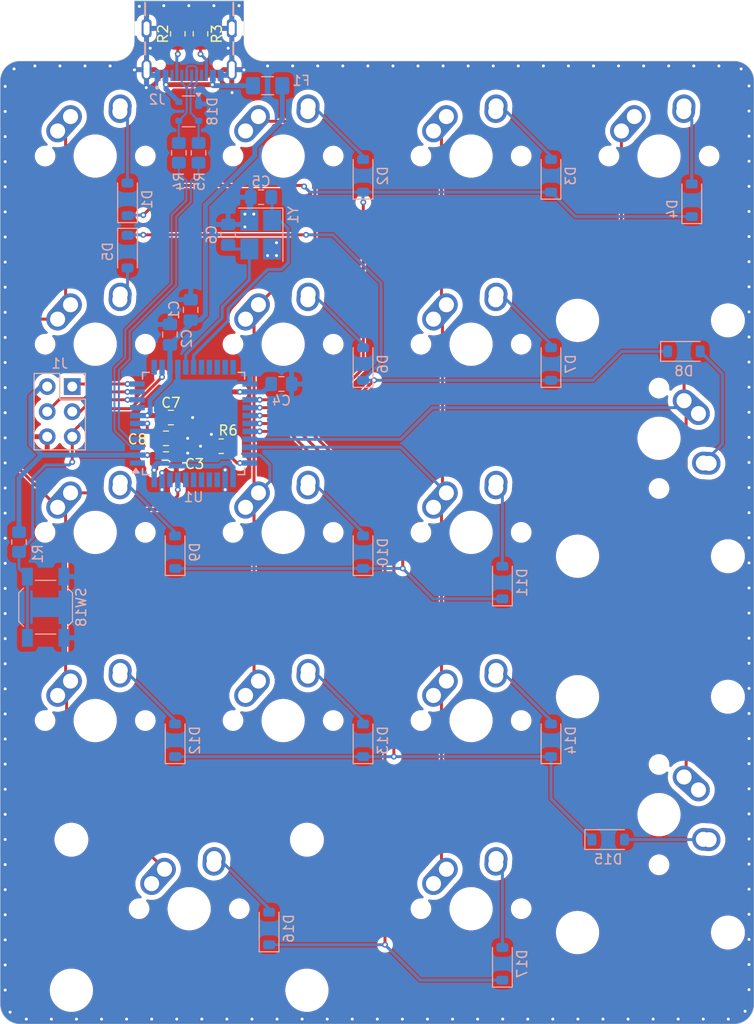
<source format=kicad_pcb>
(kicad_pcb (version 20240108) (generator "pcbnew") (generator_version "8.0")
  (layers (0 "F.Cu" signal) (31 "B.Cu" signal) (34 "B.Paste" user) (35 "F.Paste" user) (36 "B.SilkS" user "B.Silkscreen") (37 "F.SilkS" user "F.Silkscreen") (38 "B.Mask" user) (39 "F.Mask" user) (44 "Edge.Cuts" user))
  (net 0 "")
  (net 15 "COL4")
  (net 16 "COL3")
  (net 17 "COL2")
  (net 18 "COL1")
  (net 19 "Net-(U1-~{HWB}{slash}PE2)")
  (net 20 "/D+")
  (net 21 "/D-")
  (net 22 "Net-(J2-CC2)")
  (net 25 "Net-(J2-CC1)")
  (net 26 "/MOSI")
  (net 27 "/MISO")
  (net 28 "Net-(J1-~{RST})")
  (net 29 "/SCK")
  (net 30 "/DR-")
  (net 31 "/DR+")
  (net 32 "Net-(D18-VCC)")
  (net 33 "Net-(D17-A)")
  (net 34 "Net-(D16-A)")
  (net 35 "ROW5")
  (net 36 "Net-(D15-A)")
  (net 37 "Net-(D14-A)")
  (net 38 "Net-(D13-A)")
  (net 39 "ROW4")
  (net 40 "Net-(D12-A)")
  (net 41 "Net-(D11-A)")
  (net 42 "Net-(D10-A)")
  (net 43 "Net-(D9-A)")
  (net 44 "ROW3")
  (net 45 "Net-(D8-A)")
  (net 46 "Net-(D7-A)")
  (net 47 "Net-(D6-A)")
  (net 48 "Net-(D5-A)")
  (net 49 "ROW2")
  (net 50 "Net-(D4-A)")
  (net 51 "Net-(D3-A)")
  (net 52 "Net-(D2-A)")
  (net 53 "ROW1")
  (net 54 "Net-(D1-A)")
  (net 55 "Net-(U1-UCAP)")
  (net 56 "Net-(U1-XTAL2)")
  (net 57 "Net-(U1-XTAL1)")
  (net 58 "+5V")
  (net 59 "GND")
  (footprint "MX_Alps_Hybrid:MX-Alps-Hybrid-1U" (layer "F.Cu") (at 57.15 57.15)
    (property "Reference" "SW6")
    (property "Value" "SW_Push")
  )
  (footprint "MX_Alps_Hybrid:MX-Alps-Hybrid-1U" (layer "F.Cu") (at 57.15 38.1)
    (property "Reference" "SW2")
    (property "Value" "SW_Push")
  )
  (footprint "MX_Alps_Hybrid:MX-Alps-Hybrid-1U" (layer "F.Cu") (at 57.15 76.2)
    (property "Reference" "SW10")
    (property "Value" "SW_Push")
  )
  (footprint "MX_Alps_Hybrid:MX-Alps-Hybrid-1U" (layer "F.Cu") (at 38.1 76.2)
    (property "Reference" "SW9")
    (property "Value" "SW_Push")
  )
  (footprint "MX_Alps_Hybrid:MX-Alps-Hybrid-1U" (layer "F.Cu") (at 38.1 95.25)
    (property "Reference" "SW12")
    (property "Value" "SW_Push")
  )
  (footprint "Capacitor_SMD:C_0805_2012Metric_Pad1.18x1.45mm_HandSolder" (layer "F.Cu") (at 45.275 68.775 180)
    (property "Reference" "C3")
    (property "Value" "0.1uF")
  )
  (footprint "Capacitor_SMD:C_0805_2012Metric_Pad1.18x1.45mm_HandSolder" (layer "F.Cu") (at 45.275 66.675)
    (property "Reference" "C8")
    (property "Value" "1uF")
  )
  (footprint "MX_Alps_Hybrid:MX-Alps-Hybrid-2U" (layer "F.Cu") (at 95.25 66.675 -90)
    (property "Reference" "SW8")
    (property "Value" "SW_Push")
  )
  (footprint "MX_Alps_Hybrid:MX-Alps-Hybrid-1U" (layer "F.Cu") (at 38.1 38.1)
    (property "Reference" "SW1")
    (property "Value" "SW_Push")
  )
  (footprint "MX_Alps_Hybrid:MX-Alps-Hybrid-1U" (layer "F.Cu") (at 76.2 114.3)
    (property "Reference" "SW17")
    (property "Value" "SW_Push")
  )
  (footprint "MX_Alps_Hybrid:MX-Alps-Hybrid-1U" (layer "F.Cu") (at 95.25 38.1)
    (property "Reference" "SW4")
    (property "Value" "SW_Push")
  )
  (footprint "MX_Alps_Hybrid:MX-Alps-Hybrid-1U" (layer "F.Cu") (at 76.2 38.1)
    (property "Reference" "SW3")
    (property "Value" "SW_Push")
  )
  (footprint "MX_Alps_Hybrid:MX-Alps-Hybrid-1U" (layer "F.Cu") (at 38.1 57.15)
    (property "Reference" "SW5")
    (property "Value" "SW_Push")
  )
  (footprint "MX_Alps_Hybrid:MX-Alps-Hybrid-2U" (layer "F.Cu") (at 95.25 104.775 -90)
    (property "Reference" "SW15")
    (property "Value" "SW_Push")
  )
  (footprint "MX_Alps_Hybrid:MX-Alps-Hybrid-2U" (layer "F.Cu") (at 47.625 114.3)
    (property "Reference" "SW16")
    (property "Value" "SW_Push")
  )
  (footprint "MX_Alps_Hybrid:MX-Alps-Hybrid-1U" (layer "F.Cu") (at 76.2 95.25)
    (property "Reference" "SW14")
    (property "Value" "SW_Push")
  )
  (footprint "MX_Alps_Hybrid:MX-Alps-Hybrid-1U" (layer "F.Cu") (at 76.2 57.15)
    (property "Reference" "SW7")
    (property "Value" "SW_Push")
  )
  (footprint "Resistor_SMD:R_0805_2012Metric_Pad1.20x1.40mm_HandSolder" (layer "F.Cu") (at 50.875 67.475 180)
    (property "Reference" "R6")
    (property "Value" "10k")
  )
  (footprint "MX_Alps_Hybrid:MX-Alps-Hybrid-1U" (layer "F.Cu") (at 76.2 76.2)
    (property "Reference" "SW11")
    (property "Value" "SW_Push")
  )
  (footprint "Resistor_SMD:R_0805_2012Metric_Pad1.20x1.40mm_HandSolder" (layer "F.Cu") (at 46.475 25.728 -90)
    (property "Reference" "R2")
    (property "Value" "5.1k")
  )
  (footprint "Resistor_SMD:R_0805_2012Metric_Pad1.20x1.40mm_HandSolder" (layer "F.Cu") (at 48.775 25.728 -90)
    (property "Reference" "R3")
    (property "Value" "5.1k")
  )
  (footprint "MX_Alps_Hybrid:MX-Alps-Hybrid-1U" (layer "F.Cu") (at 57.15 95.25)
    (property "Reference" "SW13")
    (property "Value" "SW_Push")
  )
  (footprint "Capacitor_SMD:C_0805_2012Metric_Pad1.18x1.45mm_HandSolder" (layer "F.Cu") (at 45.775 64.575 180)
    (property "Reference" "C7")
    (property "Value" "0.1uF")
  )
  (footprint "Capacitor_SMD:C_0805_2012Metric_Pad1.18x1.45mm_HandSolder" (layer "B.Cu") (at 47.775 53.675 -90)
    (property "Reference" "C1")
    (property "Value" "10uF")
  )
  (footprint "Diode_SMD:D_SOD-123" (layer "B.Cu") (at 46.2 97.25 90)
    (property "Reference" "D12")
    (property "Value" "D")
  )
  (footprint "Diode_SMD:D_SOD-123" (layer "B.Cu") (at 41.375 42.475 90)
    (property "Reference" "D1")
    (property "Value" "D")
  )
  (footprint "Diode_SMD:D_SOD-123" (layer "B.Cu") (at 41.375 47.775 -90)
    (property "Reference" "D5")
    (property "Value" "D")
  )
  (footprint "Diode_SMD:D_SOD-123" (layer "B.Cu") (at 84.3 59.15 90)
    (property "Reference" "D7")
    (property "Value" "D")
  )
  (footprint "Diode_SMD:D_SOD-123" (layer "B.Cu") (at 65.25 97.25 90)
    (property "Reference" "D13")
    (property "Value" "D")
  )
  (footprint "Diode_SMD:D_SOD-123" (layer "B.Cu") (at 65.25 40.1 90)
    (property "Reference" "D2")
    (property "Value" "D")
  )
  (footprint "Package_QFP:TQFP-44_10x10mm_P0.8mm" (layer "B.Cu") (at 48.075 65.175)
    (property "Reference" "U1")
    (property "Value" "ATmega32U4-A")
  )
  (footprint "Diode_SMD:D_SOD-123" (layer "B.Cu") (at 65.25 78.2 90)
    (property "Reference" "D10")
    (property "Value" "D")
  )
  (footprint "Diode_SMD:D_SOD-123" (layer "B.Cu") (at 46.2 78.2 90)
    (property "Reference" "D9")
    (property "Value" "D")
  )
  (footprint "Diode_SMD:D_SOD-123" (layer "B.Cu") (at 79.375 119.875 90)
    (property "Reference" "D17")
    (property "Value" "D")
  )
  (footprint "Capacitor_SMD:C_0805_2012Metric_Pad1.18x1.45mm_HandSolder" (layer "B.Cu") (at 56.975 61.175)
    (property "Reference" "C4")
    (property "Value" "0.1uF")
  )
  (footprint "Package_TO_SOT_SMD:SOT-143" (layer "B.Cu") (at 47.575 33.575 180)
    (property "Reference" "D18")
    (property "Value" "PRTR5V0U2X")
  )
  (footprint "Resistor_SMD:R_0805_2012Metric_Pad1.20x1.40mm_HandSolder" (layer "B.Cu") (at 48.575 37.775 90)
    (property "Reference" "R5")
    (property "Value" "22")
  )
  (footprint "kbd_custom:GCT_USB4105GFA120" (layer "B.Cu") (at 47.625 25.175)
    (property "Reference" "J2")
    (property "Value" "USB4105GFA120")
  )
  (footprint "Diode_SMD:D_SOD-123" (layer "B.Cu") (at 84.3 97.25 90)
    (property "Reference" "D14")
    (property "Value" "D")
  )
  (footprint "Diode_SMD:D_SOD-123" (layer "B.Cu") (at 97.775 57.875)
    (property "Reference" "D8")
    (property "Value" "D")
  )
  (footprint "Diode_SMD:D_SOD-123" (layer "B.Cu") (at 98.575 42.575 90)
    (property "Reference" "D4")
    (property "Value" "D")
  )
  (footprint "Fuse:Fuse_1206_3216Metric_Pad1.42x1.75mm_HandSolder" (layer "B.Cu") (at 55.575 30.975)
    (property "Reference" "F1")
    (property "Value" "500m")
  )
  (footprint "Button_Switch_SMD:SW_SPST_SKQG_WithStem" (layer "B.Cu") (at 33.075 83.775 90)
    (property "Reference" "SW18")
    (property "Value" "SW_Push")
  )
  (footprint "Diode_SMD:D_SOD-123" (layer "B.Cu") (at 55.725 116.3 90)
    (property "Reference" "D16")
    (property "Value" "D")
  )
  (footprint "Resistor_SMD:R_0805_2012Metric_Pad1.20x1.40mm_HandSolder" (layer "B.Cu") (at 30.375 77.175 -90)
    (property "Reference" "R1")
    (property "Value" "10k")
  )
  (footprint "Capacitor_SMD:C_0805_2012Metric_Pad1.18x1.45mm_HandSolder" (layer "B.Cu") (at 51.575 46.0625 -90)
    (property "Reference" "C6")
    (property "Value" "22pF")
  )
  (footprint "Diode_SMD:D_SOD-123" (layer "B.Cu") (at 84.3 40.1 90)
    (property "Reference" "D3")
    (property "Value" "D")
  )
  (footprint "Connector_PinHeader_2.54mm:PinHeader_2x03_P2.54mm_Vertical" (layer "B.Cu") (at 35.775 61.435 180)
    (property "Reference" "J1")
    (property "Value" "AVR-ISP-6")
  )
  (footprint "Capacitor_SMD:C_0805_2012Metric_Pad1.18x1.45mm_HandSolder" (layer "B.Cu") (at 45.675 56.175 90)
    (property "Reference" "C2")
    (property "Value" "0.1uF")
  )
  (footprint "Crystal:Crystal_SMD_3225-4Pin_3.2x2.5mm_HandSoldering" (layer "B.Cu") (at 54.875 46.0625 -90)
    (property "Reference" "Y1")
    (property "Value" "16MHz")
  )
  (footprint "Diode_SMD:D_SOD-123" (layer "B.Cu") (at 79.375 81.275 90)
    (property "Reference" "D11")
    (property "Value" "D")
  )
  (footprint "Diode_SMD:D_SOD-123" (layer "B.Cu") (at 65.25 59.15 90)
    (property "Reference" "D6")
    (property "Value" "D")
  )
  (footprint "Diode_SMD:D_SOD-123" (layer "B.Cu") (at 90.1 107.3)
    (property "Reference" "D15")
    (property "Value" "D")
  )
  (footprint "Capacitor_SMD:C_0805_2012Metric_Pad1.18x1.45mm_HandSolder" (layer "B.Cu") (at 54.9125 42.2625)
    (property "Reference" "C5")
    (property "Value" "22pF")
  )
  (footprint "Resistor_SMD:R_0805_2012Metric_Pad1.20x1.40mm_HandSolder" (layer "B.Cu") (at 46.575 37.775 90)
    (property "Reference" "R4")
    (property "Value" "22")
  )
  (gr_line (start 40.075 28.475) (end 30.475 28.475) (stroke (width 0.05)) (layer "Edge.Cuts"))
  (gr_line (start 28.475 30.475) (end 28.475 123.975) (stroke (width 0.05)) (layer "Edge.Cuts"))
  (gr_line (start 42.075 26.475) (end 42.075 22.375) (stroke (width 0.05)) (layer "Edge.Cuts"))
  (gr_line (start 30.475 125.975) (end 102.875 125.975) (stroke (width 0.05)) (layer "Edge.Cuts"))
  (gr_arc (start 42.075 26.475) (mid 41.489204 27.889204) (end 40.075 28.475) (stroke (width 0.05)) (layer "Edge.Cuts"))
  (gr_line (start 55.175 28.475) (end 102.875 28.475) (stroke (width 0.05)) (layer "Edge.Cuts"))
  (gr_line (start 104.875 30.475) (end 104.875 123.975) (stroke (width 0.05)) (layer "Edge.Cuts"))
  (gr_line (start 42.075 22.375) (end 53.175 22.375) (stroke (width 0.05)) (layer "Edge.Cuts"))
  (gr_arc (start 55.175 28.475) (mid 53.760757 27.889243) (end 53.175 26.475) (stroke (width 0.05)) (layer "Edge.Cuts"))
  (gr_arc (start 102.875 28.475) (mid 104.289204 29.060796) (end 104.875 30.475) (stroke (width 0.05)) (layer "Edge.Cuts"))
  (gr_arc (start 28.475 30.475) (mid 29.060796 29.060796) (end 30.475 28.475) (stroke (width 0.05)) (layer "Edge.Cuts"))
  (gr_line (start 53.175 26.475) (end 53.175 22.375) (stroke (width 0.05)) (layer "Edge.Cuts"))
  (gr_arc (start 104.875 123.975) (mid 104.289204 125.389204) (end 102.875 125.975) (stroke (width 0.05)) (layer "Edge.Cuts"))
  (gr_arc (start 30.475 125.975) (mid 29.060796 125.389204) (end 28.475 123.975) (stroke (width 0.05)) (layer "Edge.Cuts"))
  (segment (start 97.79 62.865) (end 98 63.075) (width 0.3) (layer "F.Cu") (net 15))
  (segment (start 92.75 34.1) (end 92.2 34.65) (width 0.3) (layer "F.Cu") (net 15))
  (segment (start 97.79 52.89) (end 97.79 62.865) (width 0.3) (layer "F.Cu") (net 15))
  (segment (start 91.44 46.54) (end 97.79 52.89) (width 0.3) (layer "F.Cu") (net 15))
  (segment (start 91.44 35.56) (end 91.44 46.54) (width 0.3) (layer "F.Cu") (net 15))
  (segment (start 98 63.075) (end 98 100.755) (width 0.3) (layer "F.Cu") (net 15))
  (segment (start 98 100.755) (end 97.79 100.965) (width 0.3) (layer "F.Cu") (net 15))
  (segment (start 69.075 66.775) (end 53.775 66.775) (width 0.3) (layer "B.Cu") (net 15))
  (segment (start 72.275 63.575) (end 69.075 66.775) (width 0.3) (layer "B.Cu") (net 15))
  (segment (start 97.79 62.865) (end 97.08 63.575) (width 0.3) (layer "B.Cu") (net 15))
  (segment (start 97.08 63.575) (end 72.275 63.575) (width 0.3) (layer "B.Cu") (net 15))
  (segment (start 73.3 71.8) (end 73.7 72.2) (width 0.3) (layer "F.Cu") (net 16))
  (segment (start 73.3 53.55) (end 73.3 71.8) (width 0.3) (layer "F.Cu") (net 16))
  (segment (start 73.7 53.15) (end 73.3 53.55) (width 0.3) (layer "F.Cu") (net 16))
  (segment (start 73.2 52.65) (end 73.7 53.15) (width 0.3) (layer "F.Cu") (net 16))
  (segment (start 73.7 34.1) (end 73.2 34.6) (width 0.3) (layer "F.Cu") (net 16))
  (segment (start 73.2 34.6) (end 73.2 52.65) (width 0.3) (layer "F.Cu") (net 16))
  (segment (start 73.2 109.8) (end 73.7 110.3) (width 0.3) (layer "F.Cu") (net 16))
  (segment (start 73.7 91.25) (end 73.2 91.75) (width 0.3) (layer "F.Cu") (net 16))
  (segment (start 73.2 72.7) (end 73.2 90.75) (width 0.3) (layer "F.Cu") (net 16))
  (segment (start 73.2 91.75) (end 73.2 109.8) (width 0.3) (layer "F.Cu") (net 16))
  (segment (start 73.2 90.75) (end 73.7 91.25) (width 0.3) (layer "F.Cu") (net 16))
  (segment (start 73.7 72.2) (end 73.2 72.7) (width 0.3) (layer "F.Cu") (net 16))
  (segment (start 69.075 67.575) (end 53.775 67.575) (width 0.3) (layer "B.Cu") (net 16))
  (segment (start 73.7 72.2) (end 69.075 67.575) (width 0.3) (layer "B.Cu") (net 16))
  (segment (start 54.65 53.15) (end 54.2 53.6) (width 0.3) (layer "F.Cu") (net 17))
  (segment (start 55.125 34.575) (end 57.575 34.575) (width 0.3) (layer "F.Cu") (net 17))
  (segment (start 60.375 37.375) (end 60.375 47.425) (width 0.3) (layer "F.Cu") (net 17))
  (segment (start 54.2 72.65) (end 54.2 90.8) (width 0.3) (layer "F.Cu") (net 17))
  (segment (start 54.2 90.8) (end 54.65 91.25) (width 0.3) (layer "F.Cu") (net 17))
  (segment (start 54.2 71.75) (end 54.65 72.2) (width 0.3) (layer "F.Cu") (net 17))
  (segment (start 60.375 47.425) (end 54.65 53.15) (width 0.3) (layer "F.Cu") (net 17))
  (segment (start 54.65 72.2) (end 54.2 72.65) (width 0.3) (layer "F.Cu") (net 17))
  (segment (start 57.575 34.575) (end 60.375 37.375) (width 0.3) (layer "F.Cu") (net 17))
  (segment (start 54.2 53.6) (end 54.2 71.75) (width 0.3) (layer "F.Cu") (net 17))
  (segment (start 54.65 34.1) (end 55.125 34.575) (width 0.3) (layer "F.Cu") (net 17))
  (segment (start 55.8 71.05) (end 55.8 69.352) (width 0.3) (layer "B.Cu") (net 17))
  (segment (start 55.8 69.352) (end 54.823 68.375) (width 0.3) (layer "B.Cu") (net 17))
  (segment (start 54.65 72.2) (end 55.8 71.05) (width 0.3) (layer "B.Cu") (net 17))
  (segment (start 54.823 68.375) (end 53.775 68.375) (width 0.3) (layer "B.Cu") (net 17))
  (segment (start 32.14 54.61) (end 30.375 56.375) (width 0.3) (layer "F.Cu") (net 18))
  (segment (start 35.6 53.15) (end 35 53.75) (width 0.3) (layer "F.Cu") (net 18))
  (segment (start 35.6 91.25) (end 35.2 91.65) (width 0.3) (layer "F.Cu") (net 18))
  (segment (start 35.2 91.65) (end 35.2 100.375) (width 0.3) (layer "F.Cu") (net 18))
  (segment (start 35.1 72.7) (end 35.1 90.75) (width 0.3) (layer "F.Cu") (net 18))
  (segment (start 35 71.6) (end 35.6 72.2) (width 0.3) (layer "F.Cu") (net 18))
  (segment (start 30.375 69.745) (end 34.29 73.66) (width 0.3) (layer "F.Cu") (net 18))
  (segment (start 46.475 72.475) (end 46.475 71.875) (width 0.3) (layer "F.Cu") (net 18))
  (segment (start 39.875 73.875) (end 45.075 73.875) (width 0.3) (layer "F.Cu") (net 18))
  (segment (start 34.29 54.61) (end 32.14 54.61) (width 0.3) (layer "F.Cu") (net 18))
  (segment (start 35.1 34.6) (end 35.1 52.65) (width 0.3) (layer "F.Cu") (net 18))
  (segment (start 38.2 72.2) (end 39.875 73.875) (width 0.3) (layer "F.Cu") (net 18))
  (segment (start 35.1 90.75) (end 35.6 91.25) (width 0.3) (layer "F.Cu") (net 18))
  (segment (start 35.2 100.375) (end 45.125 110.3) (width 0.3) (layer "F.Cu") (net 18))
  (segment (start 35.6 72.2) (end 38.2 72.2) (width 0.3) (layer "F.Cu") (net 18))
  (segment (start 35.6 34.1) (end 35.1 34.6) (width 0.3) (layer "F.Cu") (net 18))
  (segment (start 30.375 56.375) (end 30.375 69.745) (width 0.3) (layer "F.Cu") (net 18))
  (segment (start 45.075 73.875) (end 46.475 72.475) (width 0.3) (layer "F.Cu") (net 18))
  (segment (start 35.6 72.2) (end 35.1 72.7) (width 0.3) (layer "F.Cu") (net 18))
  (segment (start 35.1 52.65) (end 35.6 53.15) (width 0.3) (layer "F.Cu") (net 18))
  (via (at 46.475 71.875) (size 0.6) (drill 0.3) (layers "F.Cu" "B.Cu") (net 18))
  (segment (start 46.475 71.875) (end 46.475 70.875) (width 0.3) (layer "B.Cu") (net 18))
  (segment (start 52.475 69.175) (end 51.875 68.575) (width 0.3) (layer "F.Cu") (net 19))
  (segment (start 52.775 69.175) (end 52.475 69.175) (width 0.3) (layer "F.Cu") (net 19))
  (segment (start 51.875 68.575) (end 51.875 67.475) (width 0.3) (layer "F.Cu") (net 19))
  (via (at 52.775 69.175) (size 0.6) (drill 0.3) (layers "F.Cu" "B.Cu") (net 19))
  (segment (start 53.775 69.175) (end 52.775 69.175) (width 0.3) (layer "B.Cu") (net 19))
  (segment (start 42.375 66.775) (end 42.200001 66.949999) (width 0.2) (layer "B.Cu") (net 20))
  (segment (start 40.5 59.7682) (end 41.6 58.6682) (width 0.2) (layer "B.Cu") (net 20))
  (segment (start 41.6 55.8682) (end 46.3 51.1682) (width 0.2) (layer "B.Cu") (net 20))
  (segment (start 47.8 42.7682) (end 47.8 40.600001) (width 0.2) (layer "B.Cu") (net 20))
  (segment (start 41.6 58.6682) (end 41.6 55.8682) (width 0.2) (layer "B.Cu") (net 20))
  (segment (start 42.200001 66.949999) (end 41.768199 66.949999) (width 0.2) (layer "B.Cu") (net 20))
  (segment (start 46.3 44.2682) (end 47.8 42.7682) (width 0.2) (layer "B.Cu") (net 20))
  (segment (start 48.575 39.825001) (end 48.575 38.775) (width 0.2) (layer "B.Cu") (net 20))
  (segment (start 40.5 65.6818) (end 40.5 59.7682) (width 0.2) (layer "B.Cu") (net 20))
  (segment (start 47.8 40.600001) (end 48.575 39.825001) (width 0.2) (layer "B.Cu") (net 20))
  (segment (start 41.768199 66.949999) (end 40.5 65.6818) (width 0.2) (layer "B.Cu") (net 20))
  (segment (start 46.3 51.1682) (end 46.3 44.2682) (width 0.2) (layer "B.Cu") (net 20))
  (segment (start 46.575 39.825001) (end 46.575 38.775) (width 0.2) (layer "B.Cu") (net 21))
  (segment (start 42.200001 67.400001) (end 41.581801 67.400001) (width 0.2) (layer "B.Cu") (net 21))
  (segment (start 40.05 65.8682) (end 40.05 59.5818) (width 0.2) (layer "B.Cu") (net 21))
  (segment (start 41.15 58.4818) (end 41.15 55.6818) (width 0.2) (layer "B.Cu") (net 21))
  (segment (start 47.35 42.5818) (end 47.35 40.600001) (width 0.2) (layer "B.Cu") (net 21))
  (segment (start 47.35 40.600001) (end 46.575 39.825001) (width 0.2) (layer "B.Cu") (net 21))
  (segment (start 45.85 44.0818) (end 47.35 42.5818) (width 0.2) (layer "B.Cu") (net 21))
  (segment (start 41.15 55.6818) (end 45.85 50.9818) (width 0.2) (layer "B.Cu") (net 21))
  (segment (start 42.375 67.575) (end 42.200001 67.400001) (width 0.2) (layer "B.Cu") (net 21))
  (segment (start 45.85 50.9818) (end 45.85 44.0818) (width 0.2) (layer "B.Cu") (net 21))
  (segment (start 41.581801 67.400001) (end 40.05 65.8682) (width 0.2) (layer "B.Cu") (net 21))
  (segment (start 40.05 59.5818) (end 41.15 58.4818) (width 0.2) (layer "B.Cu") (net 21))
  (segment (start 48.775 26.728) (end 48.775 27.775) (width 0.3) (layer "F.Cu") (net 22))
  (via (at 48.775 27.775) (size 0.6) (drill 0.3) (layers "F.Cu" "B.Cu") (net 22))
  (segment (start 48.775 27.775) (end 49.375 28.375) (width 0.3) (layer "B.Cu") (net 22))
  (segment (start 49.375 28.375) (end 49.375 29.93) (width 0.3) (layer "B.Cu") (net 22))
  (segment (start 46.475 26.728) (end 46.475 27.775) (width 0.3) (layer "F.Cu") (net 25))
  (via (at 46.475 27.775) (size 0.6) (drill 0.3) (layers "F.Cu" "B.Cu") (net 25))
  (segment (start 46.375 27.875) (end 46.375 29.93) (width 0.3) (layer "B.Cu") (net 25))
  (segment (start 46.475 27.775) (end 46.375 27.875) (width 0.3) (layer "B.Cu") (net 25))
  (segment (start 36.975 62.675) (end 34.535 62.675) (width 0.3) (layer "F.Cu") (net 26))
  (segment (start 34.535 62.675) (end 33.235 63.975) (width 0.3) (layer "F.Cu") (net 26))
  (segment (start 41.375 61.975) (end 37.675 61.975) (width 0.3) (layer "F.Cu") (net 26))
  (segment (start 37.675 61.975) (end 36.975 62.675) (width 0.3) (layer "F.Cu") (net 26))
  (via (at 41.375 61.975) (size 0.6) (drill 0.3) (layers "F.Cu" "B.Cu") (net 26))
  (segment (start 42.375 61.975) (end 41.375 61.975) (width 0.3) (layer "B.Cu") (net 26))
  (segment (start 41.375 61.175) (end 36.035 61.175) (width 0.3) (layer "F.Cu") (net 27))
  (segment (start 36.035 61.175) (end 35.775 61.435) (width 0.3) (layer "F.Cu") (net 27))
  (via (at 41.375 61.175) (size 0.6) (drill 0.3) (layers "F.Cu" "B.Cu") (net 27))
  (segment (start 42.375 61.175) (end 41.375 61.175) (width 0.3) (layer "B.Cu") (net 27))
  (segment (start 35.775 69.075) (end 35.775 66.515) (width 0.3) (layer "F.Cu") (net 28))
  (segment (start 44.875 60.475) (end 41.675 63.675) (width 0.3) (layer "F.Cu") (net 28))
  (segment (start 38.175 63.675) (end 35.775 66.075) (width 0.3) (layer "F.Cu") (net 28))
  (segment (start 41.675 63.675) (end 38.175 63.675) (width 0.3) (layer "F.Cu") (net 28))
  (segment (start 35.775 66.075) (end 35.775 66.515) (width 0.3) (layer "F.Cu") (net 28))
  (via (at 44.875 60.475) (size 0.6) (drill 0.3) (layers "F.Cu" "B.Cu") (net 28))
  (via (at 35.775 69.075) (size 0.6) (drill 0.3) (layers "F.Cu" "B.Cu") (net 28))
  (segment (start 31.7651 76.7849) (end 31.7651 70.6849) (width 0.3) (layer "B.Cu") (net 28))
  (segment (start 31.225 86.875) (end 31.225 80.675) (width 0.3) (layer "B.Cu") (net 28))
  (segment (start 33.075 69.375) (end 35.475 69.375) (width 0.3) (layer "B.Cu") (net 28))
  (segment (start 30.375 79.825) (end 31.225 80.675) (width 0.3) (layer "B.Cu") (net 28))
  (segment (start 44.875 59.475) (end 44.875 60.475) (width 0.3) (layer "B.Cu") (net 28))
  (segment (start 31.7651 70.6849) (end 33.075 69.375) (width 0.3) (layer "B.Cu") (net 28))
  (segment (start 30.375 78.175) (end 30.375 79.825) (width 0.3) (layer "B.Cu") (net 28))
  (segment (start 30.375 78.175) (end 31.7651 76.7849) (width 0.3) (layer "B.Cu") (net 28))
  (segment (start 35.475 69.375) (end 35.775 69.075) (width 0.3) (layer "B.Cu") (net 28))
  (segment (start 37.775 62.775) (end 36.575 63.975) (width 0.3) (layer "F.Cu") (net 29))
  (segment (start 36.575 63.975) (end 35.775 63.975) (width 0.3) (layer "F.Cu") (net 29))
  (segment (start 41.375 62.775) (end 37.775 62.775) (width 0.3) (layer "F.Cu") (net 29))
  (via (at 41.375 62.775) (size 0.6) (drill 0.3) (layers "F.Cu" "B.Cu") (net 29))
  (segment (start 42.375 62.775) (end 41.375 62.775) (width 0.3) (layer "B.Cu") (net 29))
  (segment (start 47.375 33.725) (end 46.575 34.525) (width 0.2) (layer "B.Cu") (net 30))
  (segment (start 47.875 30.675) (end 47.875 29.93) (width 0.2) (layer "B.Cu") (net 30))
  (segment (start 46.575 34.525) (end 46.575 36.775) (width 0.2) (layer "B.Cu") (net 30))
  (segment (start 46.875 29.93) (end 46.875 30.705) (width 0.2) (layer "B.Cu") (net 30))
  (segment (start 47.375 31.175) (end 47.875 30.675) (width 0.2) (layer "B.Cu") (net 30))
  (segment (start 47.375 31.175) (end 47.375 33.725) (width 0.2) (layer "B.Cu") (net 30))
  (segment (start 46.875 30.705) (end 47.345 31.175) (width 0.2) (layer "B.Cu") (net 30))
  (segment (start 47.345 31.175) (end 47.375 31.175) (width 0.2) (layer "B.Cu") (net 30))
  (segment (start 47.775 31.375) (end 47.775 33.725) (width 0.2) (layer "B.Cu") (net 31))
  (segment (start 48.375 30.775) (end 47.775 31.375) (width 0.2) (layer "B.Cu") (net 31))
  (segment (start 47.575 28.975) (end 47.375 29.175) (width 0.2) (layer "B.Cu") (net 31))
  (segment (start 48.375 29.93) (end 48.375 30.775) (width 0.2) (layer "B.Cu") (net 31))
  (segment (start 47.775 33.725) (end 48.575 34.525) (width 0.2) (layer "B.Cu") (net 31))
  (segment (start 47.375 29.175) (end 47.375 29.93) (width 0.2) (layer "B.Cu") (net 31))
  (segment (start 48.575 34.525) (end 48.575 36.775) (width 0.2) (layer "B.Cu") (net 31))
  (segment (start 48.375 29.93) (end 48.375 29.155) (width 0.2) (layer "B.Cu") (net 31))
  (segment (start 48.195 28.975) (end 47.575 28.975) (width 0.2) (layer "B.Cu") (net 31))
  (segment (start 48.375 29.155) (end 48.195 28.975) (width 0.2) (layer "B.Cu") (net 31))
  (segment (start 49.975 30.875) (end 45.275 30.875) (width 0.5) (layer "F.Cu") (net 32))
  (via (at 45.275 30.875) (size 0.6) (drill 0.3) (layers "F.Cu" "B.Cu") (net 32))
  (via (at 49.975 30.875) (size 0.6) (drill 0.3) (layers "F.Cu" "B.Cu") (net 32))
  (segment (start 50.075 30.975) (end 54.0875 30.975) (width 0.5) (layer "B.Cu") (net 32))
  (segment (start 50.025 29.93) (end 50.025 30.825) (width 0.5) (layer "B.Cu") (net 32))
  (segment (start 45.275 31.325) (end 46.575 32.625) (width 0.5) (layer "B.Cu") (net 32))
  (segment (start 50.025 30.825) (end 49.975 30.875) (width 0.5) (layer "B.Cu") (net 32))
  (segment (start 49.975 30.875) (end 50.075 30.975) (width 0.5) (layer "B.Cu") (net 32))
  (segment (start 45.275 30.875) (end 45.275 31.325) (width 0.5) (layer "B.Cu") (net 32))
  (segment (start 45.225 29.93) (end 45.225 30.825) (width 0.5) (layer "B.Cu") (net 32))
  (segment (start 45.225 30.825) (end 45.275 30.875) (width 0.5) (layer "B.Cu") (net 32))
  (segment (start 79.375 110.475) (end 78.7 109.8) (width 0.3) (layer "B.Cu") (net 33))
  (segment (start 79.375 118.225) (end 79.375 110.475) (width 0.3) (layer "B.Cu") (net 33))
  (segment (start 50.645 109.22) (end 55.725 114.3) (width 0.3) (layer "B.Cu") (net 34))
  (segment (start 55.725 114.3) (end 55.725 114.65) (width 0.3) (layer "B.Cu") (net 34))
  (segment (start 50.165 109.22) (end 50.645 109.22) (width 0.3) (layer "B.Cu") (net 34))
  (segment (start 57.675 65.975) (end 54.777 65.975) (width 0.3) (layer "F.Cu") (net 35))
  (segment (start 67.475 117.95) (end 67.475 75.775) (width 0.3) (layer "F.Cu") (net 35))
  (segment (start 67.475 75.775) (end 57.675 65.975) (width 0.3) (layer "F.Cu") (net 35))
  (via (at 54.777 65.975) (size 0.6) (drill 0.3) (layers "F.Cu" "B.Cu") (net 35))
  (via (at 67.475 117.95) (size 0.6) (drill 0.3) (layers "F.Cu" "B.Cu") (net 35))
  (segment (start 79.375 121.525) (end 71.05 121.525) (width 0.3) (layer "B.Cu") (net 35))
  (segment (start 71.05 121.525) (end 67.475 117.95) (width 0.3) (layer "B.Cu") (net 35))
  (segment (start 54.777 65.975) (end 53.775 65.975) (width 0.3) (layer "B.Cu") (net 35))
  (segment (start 55.725 117.95) (end 67.475 117.95) (width 0.3) (layer "B.Cu") (net 35))
  (segment (start 99.725 107.3) (end 91.75 107.3) (width 0.3) (layer "B.Cu") (net 36))
  (segment (start 99.75 107.275) (end 99.725 107.3) (width 0.3) (layer "B.Cu") (net 36))
  (segment (start 79.22 90.17) (end 84.3 95.25) (width 0.3) (layer "B.Cu") (net 37))
  (segment (start 84.3 95.25) (end 84.3 95.6) (width 0.3) (layer "B.Cu") (net 37))
  (segment (start 78.74 90.17) (end 79.22 90.17) (width 0.3) (layer "B.Cu") (net 37))
  (segment (start 60.17 90.17) (end 65.25 95.25) (width 0.3) (layer "B.Cu") (net 38))
  (segment (start 59.69 90.17) (end 60.17 90.17) (width 0.3) (layer "B.Cu") (net 38))
  (segment (start 65.25 95.25) (end 65.25 95.6) (width 0.3) (layer "B.Cu") (net 38))
  (segment (start 68.375 75.575) (end 57.975 65.175) (width 0.3) (layer "F.Cu") (net 39))
  (segment (start 57.975 65.175) (end 54.777 65.175) (width 0.3) (layer "F.Cu") (net 39))
  (segment (start 68.375 98.9) (end 68.375 75.575) (width 0.3) (layer "F.Cu") (net 39))
  (via (at 54.777 65.175) (size 0.6) (drill 0.3) (layers "F.Cu" "B.Cu") (net 39))
  (via (at 68.375 98.9) (size 0.6) (drill 0.3) (layers "F.Cu" "B.Cu") (net 39))
  (segment (start 46.2 98.9) (end 65.25 98.9) (width 0.3) (layer "B.Cu") (net 39))
  (segment (start 84.3 103.15) (end 88.45 107.3) (width 0.3) (layer "B.Cu") (net 39))
  (segment (start 68.375 98.9) (end 84.3 98.9) (width 0.3) (layer "B.Cu") (net 39))
  (segment (start 84.3 98.9) (end 84.3 103.15) (width 0.3) (layer "B.Cu") (net 39))
  (segment (start 65.25 98.9) (end 68.375 98.9) (width 0.3) (layer "B.Cu") (net 39))
  (segment (start 54.777 65.175) (end 53.775 65.175) (width 0.3) (layer "B.Cu") (net 39))
  (segment (start 40.64 90.17) (end 41.12 90.17) (width 0.3) (layer "B.Cu") (net 40))
  (segment (start 46.2 95.25) (end 46.2 95.6) (width 0.3) (layer "B.Cu") (net 40))
  (segment (start 41.12 90.17) (end 46.2 95.25) (width 0.3) (layer "B.Cu") (net 40))
  (segment (start 78.7 71.7) (end 79.375 72.375) (width 0.3) (layer "B.Cu") (net 41))
  (segment (start 79.375 72.375) (end 79.375 79.625) (width 0.3) (layer "B.Cu") (net 41))
  (segment (start 60.17 71.12) (end 65.25 76.2) (width 0.3) (layer "B.Cu") (net 42))
  (segment (start 59.69 71.12) (end 60.17 71.12) (width 0.3) (layer "B.Cu") (net 42))
  (segment (start 65.25 76.2) (end 65.25 76.55) (width 0.3) (layer "B.Cu") (net 42))
  (segment (start 41.12 71.12) (end 46.2 76.2) (width 0.3) (layer "B.Cu") (net 43))
  (segment (start 40.64 71.12) (end 41.12 71.12) (width 0.3) (layer "B.Cu") (net 43))
  (segment (start 46.2 76.2) (end 46.2 76.55) (width 0.3) (layer "B.Cu") (net 43))
  (segment (start 69.275 79.85) (end 69.275 75.375) (width 0.3) (layer "F.Cu") (net 44))
  (segment (start 69.275 75.375) (end 58.275 64.375) (width 0.3) (layer "F.Cu") (net 44))
  (segment (start 58.275 64.375) (end 54.777 64.375) (width 0.3) (layer "F.Cu") (net 44))
  (via (at 54.777 64.375) (size 0.6) (drill 0.3) (layers "F.Cu" "B.Cu") (net 44))
  (via (at 69.275 79.85) (size 0.6) (drill 0.3) (layers "F.Cu" "B.Cu") (net 44))
  (segment (start 65.25 79.85) (end 69.275 79.85) (width 0.3) (layer "B.Cu") (net 44))
  (segment (start 72.35 82.925) (end 69.275 79.85) (width 0.3) (layer "B.Cu") (net 44))
  (segment (start 54.777 64.375) (end 53.775 64.375) (width 0.3) (layer "B.Cu") (net 44))
  (segment (start 65.25 79.85) (end 46.2 79.85) (width 0.3) (layer "B.Cu") (net 44))
  (segment (start 79.375 82.925) (end 72.35 82.925) (width 0.3) (layer "B.Cu") (net 44))
  (segment (start 101.675 67.25) (end 101.675 60.125) (width 0.3) (layer "B.Cu") (net 45))
  (segment (start 99.75 69.175) (end 101.675 67.25) (width 0.3) (layer "B.Cu") (net 45))
  (segment (start 101.675 60.125) (end 99.425 57.875) (width 0.3) (layer "B.Cu") (net 45))
  (segment (start 84.3 57.15) (end 84.3 57.5) (width 0.3) (layer "B.Cu") (net 46))
  (segment (start 78.74 52.07) (end 79.22 52.07) (width 0.3) (layer "B.Cu") (net 46))
  (segment (start 79.22 52.07) (end 84.3 57.15) (width 0.3) (layer "B.Cu") (net 46))
  (segment (start 60.17 52.07) (end 65.25 57.15) (width 0.3) (layer "B.Cu") (net 47))
  (segment (start 59.69 52.07) (end 60.17 52.07) (width 0.3) (layer "B.Cu") (net 47))
  (segment (start 65.25 57.15) (end 65.25 57.5) (width 0.3) (layer "B.Cu") (net 47))
  (segment (start 40.64 52.07) (end 41.12 52.07) (width 0.3) (layer "B.Cu") (net 48))
  (segment (start 41.375 51.335) (end 40.64 52.07) (width 0.3) (layer "B.Cu") (net 48))
  (segment (start 41.375 49.425) (end 41.375 51.335) (width 0.3) (layer "B.Cu") (net 48))
  (segment (start 56.175 63.575) (end 54.777 63.575) (width 0.3) (layer "F.Cu") (net 49))
  (segment (start 66.375 60.8) (end 63.6 63.575) (width 0.3) (layer "F.Cu") (net 49))
  (segment (start 59.475 46.075) (end 42.975 46.075) (width 0.3) (layer "F.Cu") (net 49))
  (segment (start 63.6 63.575) (end 56.175 63.575) (width 0.3) (layer "F.Cu") (net 49))
  (via (at 59.475 46.075) (size 0.6) (drill 0.3) (layers "F.Cu" "B.Cu") (net 49))
  (via (at 66.375 60.8) (size 0.6) (drill 0.3) (layers "F.Cu" "B.Cu") (net 49))
  (via (at 42.975 46.075) (size 0.6) (drill 0.3) (layers "F.Cu" "B.Cu") (net 49))
  (via (at 54.777 63.575) (size 0.6) (drill 0.3) (layers "F.Cu" "B.Cu") (net 49))
  (segment (start 91.475 57.875) (end 88.55 60.8) (width 0.3) (layer "B.Cu") (net 49))
  (segment (start 41.425 46.075) (end 41.375 46.125) (width 0.3) (layer "B.Cu") (net 49))
  (segment (start 62.175 46.075) (end 67.075 50.975) (width 0.3) (layer "B.Cu") (net 49))
  (segment (start 66.375 60.8) (end 84.3 60.8) (width 0.3) (layer "B.Cu") (net 49))
  (segment (start 67.075 50.975) (end 67.075 58.975) (width 0.3) (layer "B.Cu") (net 49))
  (segment (start 96.125 57.875) (end 91.475 57.875) (width 0.3) (layer "B.Cu") (net 49))
  (segment (start 54.777 63.575) (end 53.775 63.575) (width 0.3) (layer "B.Cu") (net 49))
  (segment (start 65.25 60.8) (end 66.375 60.8) (width 0.3) (layer "B.Cu") (net 49))
  (segment (start 59.475 46.075) (end 62.175 46.075) (width 0.3) (layer "B.Cu") (net 49))
  (segment (start 42.975 46.075) (end 41.425 46.075) (width 0.3) (layer "B.Cu") (net 49))
  (segment (start 67.075 58.975) (end 65.25 60.8) (width 0.3) (layer "B.Cu") (net 49))
  (segment (start 88.55 60.8) (end 84.3 60.8) (width 0.3) (layer "B.Cu") (net 49))
  (segment (start 98.575 34.425) (end 98.575 40.925) (width 0.3) (layer "B.Cu") (net 50))
  (segment (start 97.75 33.6) (end 98.575 34.425) (width 0.3) (layer "B.Cu") (net 50))
  (segment (start 79.22 33.02) (end 84.3 38.1) (width 0.3) (layer "B.Cu") (net 51))
  (segment (start 84.3 38.1) (end 84.3 38.45) (width 0.3) (layer "B.Cu") (net 51))
  (segment (start 78.74 33.02) (end 79.22 33.02) (width 0.3) (layer "B.Cu") (net 51))
  (segment (start 65.25 38.1) (end 65.25 38.45) (width 0.3) (layer "B.Cu") (net 52))
  (segment (start 59.69 33.02) (end 60.17 33.02) (width 0.3) (layer "B.Cu") (net 52))
  (segment (start 60.17 33.02) (end 65.25 38.1) (width 0.3) (layer "B.Cu") (net 52))
  (segment (start 59.175 41.075) (end 45.975 41.075) (width 0.3) (layer "F.Cu") (net 53))
  (segment (start 59.275 41.175) (end 59.175 41.075) (width 0.3) (layer "F.Cu") (net 53))
  (segment (start 65.275 59.575) (end 62.075 62.775) (width 0.3) (layer "F.Cu") (net 53))
  (segment (start 55.775 62.775) (end 54.777 62.775) (width 0.3) (layer "F.Cu") (net 53))
  (segment (start 62.075 62.775) (end 55.775 62.775) (width 0.3) (layer "F.Cu") (net 53))
  (segment (start 45.975 41.075) (end 42.975 44.075) (width 0.3) (layer "F.Cu") (net 53))
  (segment (start 65.275 42.775) (end 65.275 59.575) (width 0.3) (layer "F.Cu") (net 53))
  (via (at 54.777 62.775) (size 0.6) (drill 0.3) (layers "F.Cu" "B.Cu") (net 53))
  (via (at 42.975 44.075) (size 0.6) (drill 0.3) (layers "F.Cu" "B.Cu") (net 53))
  (via (at 59.275 41.175) (size 0.6) (drill 0.3) (layers "F.Cu" "B.Cu") (net 53))
  (via (at 65.275 42.775) (size 0.6) (drill 0.3) (layers "F.Cu" "B.Cu") (net 53))
  (segment (start 65.25 42.75) (end 65.275 42.775) (width 0.3) (layer "B.Cu") (net 53))
  (segment (start 86.775 44.225) (end 84.3 41.75) (width 0.3) (layer "B.Cu") (net 53))
  (segment (start 98.575 44.225) (end 86.775 44.225) (width 0.3) (layer "B.Cu") (net 53))
  (segment (start 54.777 62.775) (end 53.775 62.775) (width 0.3) (layer "B.Cu") (net 53))
  (segment (start 59.275 41.175) (end 59.85 41.75) (width 0.3) (layer "B.Cu") (net 53))
  (segment (start 65.25 41.75) (end 65.25 42.75) (width 0.3) (layer "B.Cu") (net 53))
  (segment (start 59.85 41.75) (end 65.25 41.75) (width 0.3) (layer "B.Cu") (net 53))
  (segment (start 65.25 41.75) (end 84.3 41.75) (width 0.3) (layer "B.Cu") (net 53))
  (segment (start 41.425 44.075) (end 41.375 44.125) (width 0.3) (layer "B.Cu") (net 53))
  (segment (start 42.975 44.075) (end 41.425 44.075) (width 0.3) (layer "B.Cu") (net 53))
  (segment (start 40.64 33.02) (end 41.12 33.02) (width 0.3) (layer "B.Cu") (net 54))
  (segment (start 41.375 40.825) (end 41.375 34.375) (width 0.3) (layer "B.Cu") (net 54))
  (segment (start 41.375 34.375) (end 40.6 33.6) (width 0.3) (layer "B.Cu") (net 54))
  (segment (start 43.375 65.8125) (end 44.2375 66.675) (width 0.3) (layer "F.Cu") (net 55))
  (segment (start 43.375 65.175) (end 43.5375 65.175) (width 0.3) (layer "F.Cu") (net 55))
  (segment (start 43.375 65.175) (end 43.375 65.8125) (width 0.3) (layer "F.Cu") (net 55))
  (via (at 43.375 65.175) (size 0.6) (drill 0.3) (layers "F.Cu" "B.Cu") (net 55))
  (segment (start 42.375 65.175) (end 43.375 65.175) (width 0.3) (layer "B.Cu") (net 55))
  (segment (start 50.975 54.475) (end 47.275 58.175) (width 0.3) (layer "B.Cu") (net 56))
  (segment (start 50.975 53.375) (end 50.975 54.475) (width 0.3) (layer "B.Cu") (net 56))
  (segment (start 53.725 47.5125) (end 53.725 50.625) (width 0.3) (layer "B.Cu") (net 56))
  (segment (start 53.725 50.625) (end 50.975 53.375) (width 0.3) (layer "B.Cu") (net 56))
  (segment (start 51.9875 47.5125) (end 51.575 47.1) (width 0.3) (layer "B.Cu") (net 56))
  (segment (start 53.725 47.5125) (end 51.9875 47.5125) (width 0.3) (layer "B.Cu") (net 56))
  (segment (start 47.275 58.175) (end 47.275 59.475) (width 0.3) (layer "B.Cu") (net 56))
  (segment (start 56.025 42.3375) (end 55.95 42.2625) (width 0.3) (layer "B.Cu") (net 57))
  (segment (start 56.025 44.6125) (end 56.025 42.3375) (width 0.3) (layer "B.Cu") (net 57))
  (segment (start 51.575 53.575) (end 51.575 54.775) (width 0.3) (layer "B.Cu") (net 57))
  (segment (start 55.575 49.575) (end 51.575 53.575) (width 0.3) (layer "B.Cu") (net 57))
  (segment (start 56.975 49.575) (end 55.575 49.575) (width 0.3) (layer "B.Cu") (net 57))
  (segment (start 48.075 58.275) (end 48.075 59.475) (width 0.3) (layer "B.Cu") (net 57))
  (segment (start 51.575 54.775) (end 48.075 58.275) (width 0.3) (layer "B.Cu") (net 57))
  (segment (start 57.675 45.475) (end 57.675 48.875) (width 0.3) (layer "B.Cu") (net 57))
  (segment (start 56.8125 44.6125) (end 57.675 45.475) (width 0.3) (layer "B.Cu") (net 57))
  (segment (start 57.675 48.875) (end 56.975 49.575) (width 0.3) (layer "B.Cu") (net 57))
  (segment (start 56.025 44.6125) (end 56.8125 44.6125) (width 0.3) (layer "B.Cu") (net 57))
  (segment (start 45.275 65.1125) (end 45.275 67.7375) (width 0.5) (layer "F.Cu") (net 58))
  (segment (start 43.375 68.375) (end 44.2375 68.375) (width 0.5) (layer "F.Cu") (net 58))
  (segment (start 44.2375 68.375) (end 44.2375 69.7335) (width 0.5) (layer "F.Cu") (net 58))
  (segment (start 48.975 61.975) (end 52.775 61.975) (width 0.5) (layer "F.Cu") (net 58))
  (segment (start 44.5375 64.375) (end 44.7375 64.575) (width 0.5) (layer "F.Cu") (net 58))
  (segment (start 44.7375 64.575) (end 47.3375 61.975) (width 0.5) (layer "F.Cu") (net 58))
  (segment (start 45.275 67.7375) (end 44.2375 68.775) (width 0.5) (layer "F.Cu") (net 58))
  (segment (start 44.7375 64.575) (end 45.275 65.1125) (width 0.5) (layer "F.Cu") (net 58))
  (segment (start 44.2375 69.7335) (end 44.075 69.896) (width 0.5) (layer "F.Cu") (net 58))
  (segment (start 43.375 64.375) (end 44.5375 64.375) (width 0.5) (layer "F.Cu") (net 58))
  (segment (start 47.3375 61.975) (end 48.975 61.975) (width 0.5) (layer "F.Cu") (net 58))
  (via (at 43.375 68.375) (size 0.6) (drill 0.3) (layers "F.Cu" "B.Cu") (net 58))
  (via (at 44.075 69.896) (size 0.6) (drill 0.3) (layers "F.Cu" "B.Cu") (net 58))
  (via (at 52.775 61.975) (size 0.6) (drill 0.3) (layers "F.Cu" "B.Cu") (net 58))
  (via (at 43.375 64.375) (size 0.6) (drill 0.3) (layers "F.Cu" "B.Cu") (net 58))
  (segment (start 32.675 68.375) (end 31.575 67.275) (width 0.5) (layer "B.Cu") (net 58))
  (segment (start 45.675 60.775) (end 43.675 62.775) (width 0.5) (layer "B.Cu") (net 58))
  (segment (start 43.675 62.775) (end 43.675 64.075) (width 0.5) (layer "B.Cu") (net 58))
  (segment (start 42.375 68.375) (end 32.675 68.375) (width 0.5) (layer "B.Cu") (net 58))
  (segment (start 50.717577 69.475) (end 45.675 69.475) (width 0.5) (layer "B.Cu") (net 58))
  (segment (start 48.7375 54.7125) (end 47.775 54.7125) (width 0.5) (layer "B.Cu") (net 58))
  (segment (start 45.403197 69.203197) (end 44.346803 69.203197) (width 0.5) (layer "B.Cu") (net 58))
  (segment (start 45.675 69.475) (end 45.403197 69.203197) (width 0.5) (layer "B.Cu") (net 58))
  (segment (start 42.375 64.375) (end 43.375 64.375) (width 0.5) (layer "B.Cu") (net 58))
  (segment (start 30.375 70.675) (end 32.675 68.375) (width 0.5) (layer "B.Cu") (net 58))
  (segment (start 49.275 43.075) (end 49.275 54.175) (width 0.5) (layer "B.Cu") (net 58))
  (segment (start 45.675 59.475) (end 45.675 57.2125) (width 0.5) (layer "B.Cu") (net 58))
  (segment (start 52.775 61.975) (end 53.775 61.975) (width 0.5) (layer "B.Cu") (net 58))
  (segment (start 44.075 69.896) (end 44.075 70.875) (width 0.5) (layer "B.Cu") (net 58))
  (segment (start 50.994577 69.198) (end 50.717577 69.475) (width 0.5) (layer "B.Cu") (net 58))
  (segment (start 44.075 69.475) (end 44.075 69.896) (width 0.5) (layer "B.Cu") (net 58))
  (segment (start 55.1375 61.975) (end 55.9375 61.175) (width 0.5) (layer "B.Cu") (net 58))
  (segment (start 45.675 59.475) (end 45.675 60.775) (width 0.5) (layer "B.Cu") (net 58))
  (segment (start 54.275 38.075) (end 49.275 43.075) (width 0.5) (layer "B.Cu") (net 58))
  (segment (start 30.375 76.175) (end 30.375 70.675) (width 0.5) (layer "B.Cu") (net 58))
  (segment (start 44.346803 69.203197) (end 44.075 69.475) (width 0.5) (layer "B.Cu") (net 58))
  (segment (start 53.775 61.975) (end 55.1375 61.975) (width 0.5) (layer "B.Cu") (net 58))
  (segment (start 51.648 69.198) (end 50.994577 69.198) (width 0.5) (layer "B.Cu") (net 58))
  (segment (start 54.275 37.175) (end 54.275 38.075) (width 0.5) (layer "B.Cu") (net 58))
  (segment (start 52.075 69.625) (end 51.648 69.198) (width 0.5) (layer "B.Cu") (net 58))
  (segment (start 47.775 55.1125) (end 45.675 57.2125) (width 0.5) (layer "B.Cu") (net 58))
  (segment (start 47.775 54.7125) (end 47.775 55.1125) (width 0.5) (layer "B.Cu") (net 58))
  (segment (start 57.0625 34.3875) (end 54.275 37.175) (width 0.5) (layer "B.Cu") (net 58))
  (segment (start 57.0625 30.975) (end 57.0625 34.3875) (width 0.5) (layer "B.Cu") (net 58))
  (segment (start 43.675 64.075) (end 43.375 64.375) (width 0.5) (layer "B.Cu") (net 58))
  (segment (start 32.615 61.435) (end 33.235 61.435) (width 0.5) (layer "B.Cu") (net 58))
  (segment (start 42.375 68.375) (end 43.375 68.375) (width 0.5) (layer "B.Cu") (net 58))
  (segment (start 31.575 67.275) (end 31.575 62.475) (width 0.5) (layer "B.Cu") (net 58))
  (segment (start 52.075 70.875) (end 52.075 69.625) (width 0.5) (layer "B.Cu") (net 58))
  (segment (start 31.575 62.475) (end 32.615 61.435) (width 0.5) (layer "B.Cu") (net 58))
  (segment (start 49.275 54.175) (end 48.7375 54.7125) (width 0.5) (layer "B.Cu") (net 58))
  (via (at 96.236631 28.975) (size 0.6) (drill 0.3) (layers "F.Cu" "B.Cu") (net 59))
  (via (at 104.375 109.783986) (size 0.6) (drill 0.3) (layers "F.Cu" "B.Cu") (net 59))
  (via (at 71.780307 125.475) (size 0.6) (drill 0.3) (layers "F.Cu" "B.Cu") (net 59))
  (via (at 104.375 86.911809) (size 0.6) (drill 0.3) (layers "F.Cu" "B.Cu") (net 59))
  (via (at 47.475 66.675) (size 0.6) (drill 0.3) (layers "F.Cu" "B.Cu") (net 59))
  (via (at 46.366777 125.475) (size 0.6) (drill 0.3) (layers "F.Cu" "B.Cu") (net 59))
  (via (at 69.238954 125.475) (size 0.6) (drill 0.3) (layers "F.Cu" "B.Cu") (net 59))
  (via (at 56.532189 125.475) (size 0.6) (drill 0.3) (layers "F.Cu" "B.Cu") (net 59))
  (via (at 28.975 104.746482) (size 0.6) (drill 0.3) (layers "F.Cu" "B.Cu") (net 59))
  (via (at 94.652484 125.475) (size 0.6) (drill 0.3) (layers "F.Cu" "B.Cu") (net 59))
  (via (at 28.975 48.836716) (size 0.6) (drill 0.3) (layers "F.Cu" "B.Cu") (net 59))
  (via (at 75.905807 28.975) (size 0.6) (drill 0.3) (layers "F.Cu" "B.Cu") (net 59))
  (via (at 56.475 48.175) (size 0.6) (drill 0.3) (layers "F.Cu" "B.Cu") (net 59))
  (via (at 51.575 27.175) (size 0.6) (drill 0.3) (layers "F.Cu" "B.Cu") (net 59))
  (via (at 47.592209 22.875) (size 0.6) (drill 0.3) (layers "F.Cu" "B.Cu") (net 59))
  (via (at 55.575 48.175) (size 0.6) (drill 0.3) (layers "F.Cu" "B.Cu") (net 59))
  (via (at 45.050856 22.875) (size 0.6) (drill 0.3) (layers "F.Cu" "B.Cu") (net 59))
  (via (at 104.375 36.084749) (size 0.6) (drill 0.3) (layers "F.Cu" "B.Cu") (net 59))
  (via (at 39.60952 28.975) (size 0.6) (drill 0.3) (layers "F.Cu" "B.Cu") (net 59))
  (via (at 104.375 53.87422) (size 0.6) (drill 0.3) (layers "F.Cu" "B.Cu") (net 59))
  (via (at 48.775 67.475) (size 0.6) (drill 0.3) (layers "F.Cu" "B.Cu") (net 59))
  (via (at 28.975 56.460775) (size 0.6) (drill 0.3) (layers "F.Cu" "B.Cu") (net 59))
  (via (at 28.975 102.205129) (size 0.6) (drill 0.3) (layers "F.Cu" "B.Cu") (net 59))
  (via (at 78.44716 28.975) (size 0.6) (drill 0.3) (layers "F.Cu" "B.Cu") (net 59))
  (via (at 91.153925 28.975) (size 0.6) (drill 0.3) (layers "F.Cu" "B.Cu") (net 59))
  (via (at 104.375 56.415573) (size 0.6) (drill 0.3) (layers "F.Cu" "B.Cu") (net 59))
  (via (at 104.375 81.829103) (size 0.6) (drill 0.3) (layers "F.Cu" "B.Cu") (net 59))
  (via (at 104.375 79.28775) (size 0.6) (drill 0.3) (layers "F.Cu" "B.Cu") (net 59))
  (via (at 53.175 29.375) (size 0.6) (drill 0.3) (layers "F.Cu" "B.Cu") (net 59))
  (via (at 61.614895 125.475) (size 0.6) (drill 0.3) (layers "F.Cu" "B.Cu") (net 59))
  (via (at 47.975 64.575) (size 0.6) (drill 0.3) (layers "F.Cu" "B.Cu") (net 59))
  (via (at 66.697601 125.475) (size 0.6) (drill 0.3) (layers "F.Cu" "B.Cu") (net 59))
  (via (at 104.375 99.618574) (size 0.6) (drill 0.3) (layers "F.Cu" "B.Cu") (net 59))
  (via (at 37.068167 28.975) (size 0.6) (drill 0.3) (layers "F.Cu" "B.Cu") (net 59))
  (via (at 104.375 94.535868) (size 0.6) (drill 0.3) (layers "F.Cu" "B.Cu") (net 59))
  (via (at 56.475 46.875) (size 0.6) (drill 0.3) (layers "F.Cu" "B.Cu") (net 59))
  (via (at 28.975 33.588598) (size 0.6) (drill 0.3) (layers "F.Cu" "B.Cu") (net 59))
  (via (at 28.975 79.332952) (size 0.6) (drill 0.3) (layers "F.Cu" "B.Cu") (net 59))
  (via (at 43.825424 125.475) (size 0.6) (drill 0.3) (layers "F.Cu" "B.Cu") (net 59))
  (via (at 28.975 66.626187) (size 0.6) (drill 0.3) (layers "F.Cu" "B.Cu") (net 59))
  (via (at 53.990836 125.475) (size 0.6) (drill 0.3) (layers "F.Cu" "B.Cu") (net 59))
  (via (at 28.975 69.16754) (size 0.6) (drill 0.3) (layers "F.Cu" "B.Cu") (net 59))
  (via (at 80.988513 28.975) (size 0.6) (drill 0.3) (layers "F.Cu" "B.Cu") (net 59))
  (via (at 104.375 84.370456) (size 0.6) (drill 0.3) (layers "F.Cu" "B.Cu") (net 59))
  (via (at 86.071219 28.975) (size 0.6) (drill 0.3) (layers "F.Cu" "B.Cu") (net 59))
  (via (at 87.028425 125.475) (size 0.6) (drill 0.3) (layers "F.Cu" "B.Cu") (net 59))
  (via (at 104.375 74.205044) (size 0.6) (drill 0.3) (layers "F.Cu" "B.Cu") (net 59))
  (via (at 104.375 33.543396) (size 0.6) (drill 0.3) (layers "F.Cu" "B.Cu") (net 59))
  (via (at 104.375 119.949398) (size 0.6) (drill 0.3) (layers "F.Cu" "B.Cu") (net 59))
  (via (at 104.375 66.580985) (size 0.6) (drill 0.3) (layers "F.Cu" "B.Cu") (net 59))
  (via (at 92.111131 125.475) (size 0.6) (drill 0.3) (layers "F.Cu" "B.Cu") (net 59))
  (via (at 28.975 89.498364) (size 0.6) (drill 0.3) (layers "F.Cu" "B.Cu") (net 59))
  (via (at 93.695278 28.975) (size 0.6) (drill 0.3) (layers "F.Cu" "B.Cu") (net 59))
  (via (at 44.875 71.875) (size 0.6) (drill 0.3) (layers "F.Cu" "B.Cu") (net 59))
  (via (at 51.975 31.675) (size 0.6) (drill 0.3) (layers "F.Cu" "B.Cu") (net 59))
  (via (at 28.975 43.75401) (size 0.6) (drill 0.3) (layers "F.Cu" "B.Cu") (net 59))
  (via (at 28.975 107.287835) (size 0.6) (drill 0.3) (layers "F.Cu" "B.Cu") (net 59))
  (via (at 28.975 53.919422) (size 0.6) (drill 0.3) (layers "F.Cu" "B.Cu") (net 59))
  (via (at 104.375 64.039632) (size 0.6) (drill 0.3) (layers "F.Cu" "B.Cu") (net 59))
  (via (at 98.777984 28.975) (size 0.6) (drill 0.3) (layers "F.Cu" "B.Cu") (net 59))
  (via (at 53.275 45.275) (size 0.6) (drill 0.3) (layers "F.Cu" "B.Cu") (net 59))
  (via (at 28.975 31.047245) (size 0.6) (drill 0.3) (layers "F.Cu" "B.Cu") (net 59))
  (via (at 104.375 89.453162) (size 0.6) (drill 0.3) (layers "F.Cu" "B.Cu") (net 59))
  (via (at 28.975 86.957011) (size 0.6) (drill 0.3) (layers "F.Cu" "B.Cu") (net 59))
  (via (at 28.975 71.708893) (size 0.6) (drill 0.3) (layers "F.Cu" "B.Cu") (net 59))
  (via (at 70.823101 28.975) (size 0.6) (drill 0.3) (layers "F.Cu" "B.Cu") (net 59))
  (via (at 28.975 46.295363) (size 0.6) (drill 0.3) (layers "F.Cu" "B.Cu") (net 59))
  (via (at 28.975 114.911894) (size 0.6) (drill 0.3) (layers "F.Cu" "B.Cu") (net 59))
  (via (at 28.975 61.543481) (size 0.6) (drill 0.3) (layers "F.Cu" "B.Cu") (net 59))
  (via (at 34.526814 28.975) (size 0.6) (drill 0.3) (layers "F.Cu" "B.Cu") (net 59))
  (via (at 103.575 29.275) (size 0.6) (drill 0.3) (layers "F.Cu" "B.Cu") (net 59))
  (via (at 28.975 51.378069) (size 0.6) (drill 0.3) (layers "F.Cu" "B.Cu") (net 59))
  (via (at 73.364454 28.975) (size 0.6) (drill 0.3) (layers "F.Cu" "B.Cu") (net 59))
  (via (at 63.199042 28.975) (size 0.6) (drill 0.3) (layers "F.Cu" "B.Cu") (net 59))
  (via (at 104.375 43.708808) (size 0.6) (drill 0.3) (layers "F.Cu" "B.Cu") (net 59))
  (via (at 28.975 99.663776) (size 0.6) (drill 0.3) (layers "F.Cu" "B.Cu") (net 59))
  (via (at 44.875 70.175) (size 0.6) (drill 0.3) (layers "F.Cu" "B.Cu") (net 59))
  (via (at 104.375 69.122338) (size 0.6) (drill 0.3) (layers "F.Cu" "B.Cu") (net 59))
  (via (at 104.375 48.791514) (size 0.6) (drill 0.3) (layers "F.Cu" "B.Cu") (net 59))
  (via (at 104.375 38.626102) (size 0.6) (drill 0.3) (layers "F.Cu" "B.Cu") (net 59))
  (via (at 83.529866 28.975) (size 0.6) (drill 0.3) (layers "F.Cu" "B.Cu") (net 59))
  (via (at 28.975 41.212657) (size 0.6) (drill 0.3) (layers "F.Cu" "B.Cu") (net 59))
  (via (at 28.975 84.415658) (size 0.6) (drill 0.3) (layers "F.Cu" "B.Cu") (net 59))
  (via (at 74.32166 125.475) (size 0.6) (drill 0.3) (layers "F.Cu" "B.Cu") (net 59))
  (via (at 103.975 124.675) (size 0.6) (drill 0.3) (layers "F.Cu" "B.Cu") (net 59))
  (via (at 43.675 27.175) (size 0.6) (drill 0.3) (layers "F.Cu" "B.Cu") (net 59))
  (via (at 88.612572 28.975) (size 0.6) (drill 0.3) (layers "F.Cu" "B.Cu") (net 59))
  (via (at 104.375 58.956926) (size 0.6) (drill 0.3) (layers "F.Cu" "B.Cu") (net 59))
  (via (at 52.675 22.875) (size 0.6) (drill 0.3) (layers "F.Cu" "B.Cu") (net 59))
  (via (at 104.375 102.159927) (size 0.6) (drill 0.3) (layers "F.Cu" "B.Cu") (net 59))
  (via (at 99.73519 125.475) (size 0.6) (drill 0.3) (layers "F.Cu" "B.Cu") (net 59))
  (via (at 59.073542 125.475) (size 0.6) (drill 0.3) (layers "F.Cu" "B.Cu") (net 59))
  (via (at 104.375 61.498279) (size 0.6) (drill 0.3) (layers "F.Cu" "B.Cu") (net 59))
  (via (at 68.281748 28.975) (size 0.6) (drill 0.3) (layers "F.Cu" "B.Cu") (net 59))
  (via (at 42.075 29.375) (size 0.6) (drill 0.3) (layers "F.Cu" "B.Cu") (net 59))
  (via (at 101.319337 28.975) (size 0.6) (drill 0.3) (layers "F.Cu" "B.Cu") (net 59))
  (via (at 28.975 59.002128) (size 0.6) (drill 0.3) (layers "F.Cu" "B.Cu") (net 59))
  (via (at 42.575 22.940497) (size 0.6) (drill 0.3) (layers "F.Cu" "B.Cu") (net 59))
  (via (at 28.975 76.791599) (size 0.6) (drill 0.3) (layers "F.Cu" "B.Cu") (net 59))
  (via (at 104.375 97.077221) (size 0.6) (drill 0.3) (layers "F.Cu" "B.Cu") (net 59))
  (via (at 84.487072 125.475) (size 0.6) (drill 0.3) (layers "F.Cu" "B.Cu") (net 59))
  (via (at 102.276543 125.475) (size 0.6) (drill 0.3) (layers "F.Cu" "B.Cu") (net 59))
  (via (at 64.156248 125.475) (size 0.6) (drill 0.3) (layers "F.Cu" "B.Cu") (net 59))
  (via (at 65.740395 28.975) (size 0.6) (drill 0.3) (layers "F.Cu" "B.Cu") (net 59))
  (via (at 104.375 51.332867) (size 0.6) (drill 0.3) (layers "F.Cu" "B.Cu") (net 59))
  (via (at 28.975 117.453247) (size 0.6) (drill 0.3) (layers "F.Cu" "B.Cu") (net 59))
  (via (at 104.375 114.866692) (size 0.6) (drill 0.3) (layers "F.Cu" "B.Cu") (net 59))
  (via (at 31.985461 28.975) (size 0.6) (drill 0.3) (layers "F.Cu" "B.Cu") (net 59))
  (via (at 36.201365 125.475) (size 0.6) (drill 0.3) (layers "F.Cu" "B.Cu") (net 59))
  (via (at 28.975 36.129951) (size 0.6) (drill 0.3) (layers "F.Cu" "B.Cu") (net 59))
  (via (at 31.118659 125.475) (size 0.6) (drill 0.3) (layers "F.Cu" "B.Cu") (net 59))
  (via (at 104.375 71.663691) (size 0.6) (drill 0.3) (layers "F.Cu" "B.Cu") (net 59))
  (via (at 28.975 112.370541) (size 0.6) (drill 0.3) (layers "F.Cu" "B.Cu") (net 59))
  (via (at 104.375 91.994515) (size 0.6) (drill 0.3) (layers "F.Cu" "B.Cu") (net 59))
  (via (at 76.863013 125.475) (size 0.6) (drill 0.3) (layers "F.Cu" "B.Cu") (net 59))
  (via (at 48.90813 125.475) (size 0.6) (drill 0.3) (layers "F.Cu" "B.Cu") (net 59))
  (via (at 28.975 119.9946) (size 0.6) (drill 0.3) (layers "F.Cu" "B.Cu") (net 59))
  (via (at 49.875 66.275) (size 0.6) (drill 0.3) (layers "F.Cu" "B.Cu") (net 59))
  (via (at 58.116336 28.975) (size 0.6) (drill 0.3) (layers "F.Cu" "B.Cu") (net 59))
  (via (at 89.569778 125.475) (size 0.6) (drill 0.3) (layers "F.Cu" "B.Cu") (net 59))
  (via (at 29.875 29.275) (size 0.6) (drill 0.3) (layers "F.Cu" "B.Cu") (net 59))
  (via (at 51.449483 125.475) (size 0.6) (drill 0.3) (layers "F.Cu" "B.Cu") (net 59))
  (via (at 104.375 104.70128) (size 0.6) (drill 0.3) (layers "F.Cu" "B.Cu") (net 59))
  (via (at 104.375 112.325339) (size 0.6) (drill 0.3) (layers "F.Cu" "B.Cu") (net 59))
  (via (at 79.404366 125.475) (size 0.6) (drill 0.3) (layers "F.Cu" "B.Cu") (net 59))
  (via (at 28.975 92.039717) (size 0.6) (drill 0.3) (layers "F.Cu" "B.Cu") (net 59))
  (via (at 104.375 76.746397) (size 0.6) (drill 0.3) (layers "F.Cu" "B.Cu") (net 59))
  (via (at 55.574983 28.975) (size 0.6) (drill 0.3) (layers "F.Cu" "B.Cu") (net 59))
  (via (at 97.193837 125.475) (size 0.6) (drill 0.3) (layers "F.Cu" "B.Cu") (net 59))
  (via (at 28.975 81.874305) (size 0.6) (drill 0.3) (layers "F.Cu" "B.Cu") (net 59))
  (via (at 104.375 46.250161) (size 0.6) (drill 0.3) (layers "F.Cu" "B.Cu") (net 59))
  (via (at 38.742718 125.475) (size 0.6) (drill 0.3) (layers "F.Cu" "B.Cu") (net 59))
  (via (at 104.375 122.490751) (size 0.6) (drill 0.3) (layers "F.Cu" "B.Cu") (net 59))
  (via (at 33.660012 125.475) (size 0.6) (drill 0.3) (layers "F.Cu" "B.Cu") (net 59))
  (via (at 81.945719 125.475) (size 0.6) (drill 0.3) (layers "F.Cu" "B.Cu") (net 59))
  (via (at 29.475 124.775) (size 0.6) (drill 0.3) (layers "F.Cu" "B.Cu") (net 59))
  (via (at 28.975 74.250246) (size 0.6) (drill 0.3) (layers "F.Cu" "B.Cu") (net 59))
  (via (at 104.375 107.242633) (size 0.6) (drill 0.3) (layers "F.Cu" "B.Cu") (net 59))
  (via (at 28.975 122.535953) (size 0.6) (drill 0.3) (layers "F.Cu" "B.Cu") (net 59))
  (via (at 28.975 109.829188) (size 0.6) (drill 0.3) (layers "F.Cu" "B.Cu") (net 59))
  (via (at 51.275 71.875) (size 0.6) (drill 0.3) (layers "F.Cu" "B.Cu") (net 59))
  (via (at 104.375 117.408045) (size 0.6) (drill 0.3) (layers "F.Cu" "B.Cu") (net 59))
  (via (at 51.275 69.875) (size 0.6) (drill 0.3) (layers "F.Cu" "B.Cu") (net 59))
  (via (at 50.133562 22.875) (size 0.6) (drill 0.3) (layers "F.Cu" "B.Cu") (net 59))
  (via (at 47.475 68.175) (size 0.6) (drill 0.3) (layers "F.Cu" "B.Cu") (net 59))
  (via (at 53.275 43.975) (size 0.6) (drill 0.3) (layers "F.Cu" "B.Cu") (net 59))
  (via (at 28.975 38.671304) (size 0.6) (drill 0.3) (layers "F.Cu" "B.Cu") (net 59))
  (via (at 60.657689 28.975) (size 0.6) (drill 0.3) (layers "F.Cu" "B.Cu") (net 59))
  (via (at 104.375 31.002043) (size 0.6) (drill 0.3) (layers "F.Cu" "B.Cu") (net 59))
  (via (at 28.975 64.084834) (size 0.6) (drill 0.3) (layers "F.Cu" "B.Cu") (net 59))
  (via (at 104.375 41.167455) (size 0.6) (drill 0.3) (layers "F.Cu" "B.Cu") (net 59))
  (via (at 54.175 43.975) (size 0.6) (drill 0.3) (layers "F.Cu" "B.Cu") (net 59))
  (via (at 43.275 31.175) (size 0.6) (drill 0.3) (layers "F.Cu" "B.Cu") (net 59))
  (via (at 28.975 97.122423) (size 0.6) (drill 0.3) (layers "F.Cu" "B.Cu") (net 59))
  (via (at 28.975 94.58107) (size 0.6) (drill 0.3) (layers "F.Cu" "B.Cu") (net 59))
  (via (at 41.284071 125.475) (size 0.6) (drill 0.3) (layers "F.Cu" "B.Cu") (net 59))
  (segment (start 44.875 71.875) (end 44.875 70.875) (width 0.5) (layer "B.Cu") (net 59))
  (segment (start 53.725 44.6125) (end 53.725 42.4125) (width 0.5) (layer "B.Cu") (net 59))
  (segment (start 42.375 65.975) (end 43.875 65.975) (width 0.5) (layer "B.Cu") (net 59))
  (segment (start 51.575 45.025) (end 53.3125 45.025) (width 0.5) (layer "B.Cu") (net 59))
  (segment (start 43.88 29.93) (end 43.305 29.355) (width 0.5) (layer "B.Cu") (net 59))
  (segment (start 53.725 42.4125) (end 53.875 42.2625) (width 0.5) (layer "B.Cu") (net 59))
  (segment (start 51.37 29.93) (end 51.945 29.355) (width 0.5) (layer "B.Cu") (net 59))
  (segment (start 53.3125 45.025) (end 53.725 44.6125) (width 0.5) (layer "B.Cu") (net 59))
  (segment (start 44.425 29.93) (end 43.88 29.93) (width 0.5) (layer "B.Cu") (net 59))
  (segment (start 50.825 29.93) (end 51.37 29.93) (width 0.5) (layer "B.Cu") (net 59))
  (segment (start 43.875 65.975) (end 44.075 66.175) (width 0.5) (layer "B.Cu") (net 59))
  (segment (start 46.475 59.475) (end 46.475 60.775) (width 0.5) (layer "B.Cu") (net 59))
  (segment (start 44.875 70.175) (end 44.875 70.875) (width 0.5) (layer "B.Cu") (net 59))
  (segment (start 46.475 60.775) (end 46.775 61.075) (width 0.5) (layer "B.Cu") (net 59))
  (segment (start 51.275 70.875) (end 51.275 69.875) (width 0.5) (layer "B.Cu") (net 59))
  (zone (net 59) (net_name "GND") (layer "F.Cu") (connect_pads (clearance 0.5)) (min_thickness 0.25) (fill yes (thermal_gap 0.5) (thermal_bridge_width 0.5))
    (polygon (pts (xy 28.475 28.475) (xy 40.075 28.475) (xy 42.075 26.475) (xy 42.075 22.375) (xy 53.175 22.375) (xy 53.175 26.475) (xy 55.175 28.475) (xy 104.875 28.475) (xy 104.875 125.975) (xy 28.475 125.975)))
  )
  (zone (net 59) (net_name "GND") (layer "B.Cu") (connect_pads (clearance 0.5)) (min_thickness 0.25) (fill yes (thermal_gap 0.5) (thermal_bridge_width 0.5))
    (polygon (pts (xy 28.475 28.475) (xy 40.075 28.475) (xy 42.075 26.475) (xy 42.075 22.375) (xy 53.175 22.375) (xy 53.175 26.475) (xy 55.175 28.475) (xy 104.875 28.475) (xy 104.875 125.975) (xy 28.475 125.975)))
  )
)
</source>
